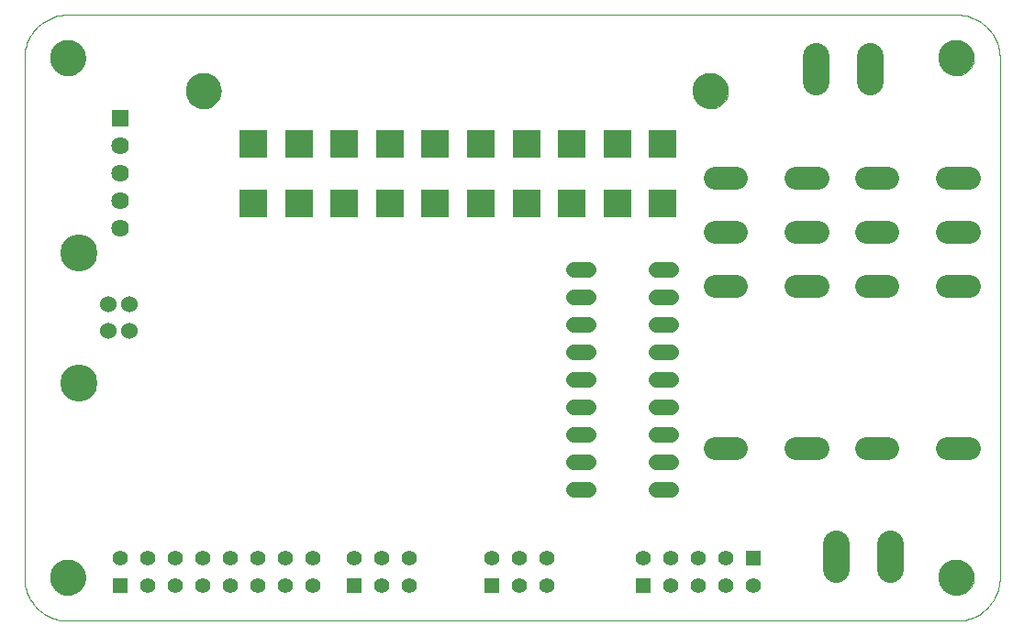
<source format=gbs>
G75*
G70*
%OFA0B0*%
%FSLAX24Y24*%
%IPPOS*%
%LPD*%
%AMOC8*
5,1,8,0,0,1.08239X$1,22.5*
%
%ADD10R,0.1044X0.1044*%
%ADD11C,0.0000*%
%ADD12C,0.1300*%
%ADD13R,0.0640X0.0640*%
%ADD14C,0.0640*%
%ADD15C,0.0560*%
%ADD16C,0.0820*%
%ADD17R,0.0555X0.0555*%
%ADD18C,0.0555*%
%ADD19C,0.0977*%
%ADD20C,0.1346*%
%ADD21C,0.0602*%
D10*
X013927Y022524D03*
X015580Y022524D03*
X017234Y022524D03*
X018887Y022524D03*
X020541Y022524D03*
X022194Y022524D03*
X023848Y022524D03*
X025502Y022524D03*
X027155Y022524D03*
X028809Y022524D03*
X028809Y024689D03*
X027155Y024689D03*
X025502Y024689D03*
X023848Y024689D03*
X022194Y024689D03*
X020541Y024689D03*
X018887Y024689D03*
X017234Y024689D03*
X015580Y024689D03*
X013927Y024689D03*
D11*
X007187Y007356D02*
X039470Y007356D01*
X038840Y008931D02*
X038842Y008981D01*
X038848Y009031D01*
X038858Y009080D01*
X038872Y009128D01*
X038889Y009175D01*
X038910Y009220D01*
X038935Y009264D01*
X038963Y009305D01*
X038995Y009344D01*
X039029Y009381D01*
X039066Y009415D01*
X039106Y009445D01*
X039148Y009472D01*
X039192Y009496D01*
X039238Y009517D01*
X039285Y009533D01*
X039333Y009546D01*
X039383Y009555D01*
X039432Y009560D01*
X039483Y009561D01*
X039533Y009558D01*
X039582Y009551D01*
X039631Y009540D01*
X039679Y009525D01*
X039725Y009507D01*
X039770Y009485D01*
X039813Y009459D01*
X039854Y009430D01*
X039893Y009398D01*
X039929Y009363D01*
X039961Y009325D01*
X039991Y009285D01*
X040018Y009242D01*
X040041Y009198D01*
X040060Y009152D01*
X040076Y009104D01*
X040088Y009055D01*
X040096Y009006D01*
X040100Y008956D01*
X040100Y008906D01*
X040096Y008856D01*
X040088Y008807D01*
X040076Y008758D01*
X040060Y008710D01*
X040041Y008664D01*
X040018Y008620D01*
X039991Y008577D01*
X039961Y008537D01*
X039929Y008499D01*
X039893Y008464D01*
X039854Y008432D01*
X039813Y008403D01*
X039770Y008377D01*
X039725Y008355D01*
X039679Y008337D01*
X039631Y008322D01*
X039582Y008311D01*
X039533Y008304D01*
X039483Y008301D01*
X039432Y008302D01*
X039383Y008307D01*
X039333Y008316D01*
X039285Y008329D01*
X039238Y008345D01*
X039192Y008366D01*
X039148Y008390D01*
X039106Y008417D01*
X039066Y008447D01*
X039029Y008481D01*
X038995Y008518D01*
X038963Y008557D01*
X038935Y008598D01*
X038910Y008642D01*
X038889Y008687D01*
X038872Y008734D01*
X038858Y008782D01*
X038848Y008831D01*
X038842Y008881D01*
X038840Y008931D01*
X039470Y007356D02*
X039547Y007358D01*
X039624Y007364D01*
X039701Y007373D01*
X039777Y007386D01*
X039853Y007403D01*
X039927Y007424D01*
X040001Y007448D01*
X040073Y007476D01*
X040143Y007507D01*
X040212Y007542D01*
X040280Y007580D01*
X040345Y007621D01*
X040408Y007666D01*
X040469Y007714D01*
X040528Y007764D01*
X040584Y007817D01*
X040637Y007873D01*
X040687Y007932D01*
X040735Y007993D01*
X040780Y008056D01*
X040821Y008121D01*
X040859Y008189D01*
X040894Y008258D01*
X040925Y008328D01*
X040953Y008400D01*
X040977Y008474D01*
X040998Y008548D01*
X041015Y008624D01*
X041028Y008700D01*
X041037Y008777D01*
X041043Y008854D01*
X041045Y008931D01*
X041045Y027829D01*
X038840Y027829D02*
X038842Y027879D01*
X038848Y027929D01*
X038858Y027978D01*
X038872Y028026D01*
X038889Y028073D01*
X038910Y028118D01*
X038935Y028162D01*
X038963Y028203D01*
X038995Y028242D01*
X039029Y028279D01*
X039066Y028313D01*
X039106Y028343D01*
X039148Y028370D01*
X039192Y028394D01*
X039238Y028415D01*
X039285Y028431D01*
X039333Y028444D01*
X039383Y028453D01*
X039432Y028458D01*
X039483Y028459D01*
X039533Y028456D01*
X039582Y028449D01*
X039631Y028438D01*
X039679Y028423D01*
X039725Y028405D01*
X039770Y028383D01*
X039813Y028357D01*
X039854Y028328D01*
X039893Y028296D01*
X039929Y028261D01*
X039961Y028223D01*
X039991Y028183D01*
X040018Y028140D01*
X040041Y028096D01*
X040060Y028050D01*
X040076Y028002D01*
X040088Y027953D01*
X040096Y027904D01*
X040100Y027854D01*
X040100Y027804D01*
X040096Y027754D01*
X040088Y027705D01*
X040076Y027656D01*
X040060Y027608D01*
X040041Y027562D01*
X040018Y027518D01*
X039991Y027475D01*
X039961Y027435D01*
X039929Y027397D01*
X039893Y027362D01*
X039854Y027330D01*
X039813Y027301D01*
X039770Y027275D01*
X039725Y027253D01*
X039679Y027235D01*
X039631Y027220D01*
X039582Y027209D01*
X039533Y027202D01*
X039483Y027199D01*
X039432Y027200D01*
X039383Y027205D01*
X039333Y027214D01*
X039285Y027227D01*
X039238Y027243D01*
X039192Y027264D01*
X039148Y027288D01*
X039106Y027315D01*
X039066Y027345D01*
X039029Y027379D01*
X038995Y027416D01*
X038963Y027455D01*
X038935Y027496D01*
X038910Y027540D01*
X038889Y027585D01*
X038872Y027632D01*
X038858Y027680D01*
X038848Y027729D01*
X038842Y027779D01*
X038840Y027829D01*
X039470Y029404D02*
X039547Y029402D01*
X039624Y029396D01*
X039701Y029387D01*
X039777Y029374D01*
X039853Y029357D01*
X039927Y029336D01*
X040001Y029312D01*
X040073Y029284D01*
X040143Y029253D01*
X040212Y029218D01*
X040280Y029180D01*
X040345Y029139D01*
X040408Y029094D01*
X040469Y029046D01*
X040528Y028996D01*
X040584Y028943D01*
X040637Y028887D01*
X040687Y028828D01*
X040735Y028767D01*
X040780Y028704D01*
X040821Y028639D01*
X040859Y028571D01*
X040894Y028502D01*
X040925Y028432D01*
X040953Y028360D01*
X040977Y028286D01*
X040998Y028212D01*
X041015Y028136D01*
X041028Y028060D01*
X041037Y027983D01*
X041043Y027906D01*
X041045Y027829D01*
X039470Y029404D02*
X007187Y029404D01*
X006557Y027829D02*
X006559Y027879D01*
X006565Y027929D01*
X006575Y027978D01*
X006589Y028026D01*
X006606Y028073D01*
X006627Y028118D01*
X006652Y028162D01*
X006680Y028203D01*
X006712Y028242D01*
X006746Y028279D01*
X006783Y028313D01*
X006823Y028343D01*
X006865Y028370D01*
X006909Y028394D01*
X006955Y028415D01*
X007002Y028431D01*
X007050Y028444D01*
X007100Y028453D01*
X007149Y028458D01*
X007200Y028459D01*
X007250Y028456D01*
X007299Y028449D01*
X007348Y028438D01*
X007396Y028423D01*
X007442Y028405D01*
X007487Y028383D01*
X007530Y028357D01*
X007571Y028328D01*
X007610Y028296D01*
X007646Y028261D01*
X007678Y028223D01*
X007708Y028183D01*
X007735Y028140D01*
X007758Y028096D01*
X007777Y028050D01*
X007793Y028002D01*
X007805Y027953D01*
X007813Y027904D01*
X007817Y027854D01*
X007817Y027804D01*
X007813Y027754D01*
X007805Y027705D01*
X007793Y027656D01*
X007777Y027608D01*
X007758Y027562D01*
X007735Y027518D01*
X007708Y027475D01*
X007678Y027435D01*
X007646Y027397D01*
X007610Y027362D01*
X007571Y027330D01*
X007530Y027301D01*
X007487Y027275D01*
X007442Y027253D01*
X007396Y027235D01*
X007348Y027220D01*
X007299Y027209D01*
X007250Y027202D01*
X007200Y027199D01*
X007149Y027200D01*
X007100Y027205D01*
X007050Y027214D01*
X007002Y027227D01*
X006955Y027243D01*
X006909Y027264D01*
X006865Y027288D01*
X006823Y027315D01*
X006783Y027345D01*
X006746Y027379D01*
X006712Y027416D01*
X006680Y027455D01*
X006652Y027496D01*
X006627Y027540D01*
X006606Y027585D01*
X006589Y027632D01*
X006575Y027680D01*
X006565Y027729D01*
X006559Y027779D01*
X006557Y027829D01*
X005612Y027829D02*
X005614Y027906D01*
X005620Y027983D01*
X005629Y028060D01*
X005642Y028136D01*
X005659Y028212D01*
X005680Y028286D01*
X005704Y028360D01*
X005732Y028432D01*
X005763Y028502D01*
X005798Y028571D01*
X005836Y028639D01*
X005877Y028704D01*
X005922Y028767D01*
X005970Y028828D01*
X006020Y028887D01*
X006073Y028943D01*
X006129Y028996D01*
X006188Y029046D01*
X006249Y029094D01*
X006312Y029139D01*
X006377Y029180D01*
X006445Y029218D01*
X006514Y029253D01*
X006584Y029284D01*
X006656Y029312D01*
X006730Y029336D01*
X006804Y029357D01*
X006880Y029374D01*
X006956Y029387D01*
X007033Y029396D01*
X007110Y029402D01*
X007187Y029404D01*
X005612Y027829D02*
X005612Y008931D01*
X006557Y008931D02*
X006559Y008981D01*
X006565Y009031D01*
X006575Y009080D01*
X006589Y009128D01*
X006606Y009175D01*
X006627Y009220D01*
X006652Y009264D01*
X006680Y009305D01*
X006712Y009344D01*
X006746Y009381D01*
X006783Y009415D01*
X006823Y009445D01*
X006865Y009472D01*
X006909Y009496D01*
X006955Y009517D01*
X007002Y009533D01*
X007050Y009546D01*
X007100Y009555D01*
X007149Y009560D01*
X007200Y009561D01*
X007250Y009558D01*
X007299Y009551D01*
X007348Y009540D01*
X007396Y009525D01*
X007442Y009507D01*
X007487Y009485D01*
X007530Y009459D01*
X007571Y009430D01*
X007610Y009398D01*
X007646Y009363D01*
X007678Y009325D01*
X007708Y009285D01*
X007735Y009242D01*
X007758Y009198D01*
X007777Y009152D01*
X007793Y009104D01*
X007805Y009055D01*
X007813Y009006D01*
X007817Y008956D01*
X007817Y008906D01*
X007813Y008856D01*
X007805Y008807D01*
X007793Y008758D01*
X007777Y008710D01*
X007758Y008664D01*
X007735Y008620D01*
X007708Y008577D01*
X007678Y008537D01*
X007646Y008499D01*
X007610Y008464D01*
X007571Y008432D01*
X007530Y008403D01*
X007487Y008377D01*
X007442Y008355D01*
X007396Y008337D01*
X007348Y008322D01*
X007299Y008311D01*
X007250Y008304D01*
X007200Y008301D01*
X007149Y008302D01*
X007100Y008307D01*
X007050Y008316D01*
X007002Y008329D01*
X006955Y008345D01*
X006909Y008366D01*
X006865Y008390D01*
X006823Y008417D01*
X006783Y008447D01*
X006746Y008481D01*
X006712Y008518D01*
X006680Y008557D01*
X006652Y008598D01*
X006627Y008642D01*
X006606Y008687D01*
X006589Y008734D01*
X006575Y008782D01*
X006565Y008831D01*
X006559Y008881D01*
X006557Y008931D01*
X005612Y008931D02*
X005614Y008854D01*
X005620Y008777D01*
X005629Y008700D01*
X005642Y008624D01*
X005659Y008548D01*
X005680Y008474D01*
X005704Y008400D01*
X005732Y008328D01*
X005763Y008258D01*
X005798Y008189D01*
X005836Y008121D01*
X005877Y008056D01*
X005922Y007993D01*
X005970Y007932D01*
X006020Y007873D01*
X006073Y007817D01*
X006129Y007764D01*
X006188Y007714D01*
X006249Y007666D01*
X006312Y007621D01*
X006377Y007580D01*
X006445Y007542D01*
X006514Y007507D01*
X006584Y007476D01*
X006656Y007448D01*
X006730Y007424D01*
X006804Y007403D01*
X006880Y007386D01*
X006956Y007373D01*
X007033Y007364D01*
X007110Y007358D01*
X007187Y007356D01*
X011486Y026630D02*
X011488Y026680D01*
X011494Y026730D01*
X011504Y026779D01*
X011518Y026827D01*
X011535Y026874D01*
X011556Y026919D01*
X011581Y026963D01*
X011609Y027004D01*
X011641Y027043D01*
X011675Y027080D01*
X011712Y027114D01*
X011752Y027144D01*
X011794Y027171D01*
X011838Y027195D01*
X011884Y027216D01*
X011931Y027232D01*
X011979Y027245D01*
X012029Y027254D01*
X012078Y027259D01*
X012129Y027260D01*
X012179Y027257D01*
X012228Y027250D01*
X012277Y027239D01*
X012325Y027224D01*
X012371Y027206D01*
X012416Y027184D01*
X012459Y027158D01*
X012500Y027129D01*
X012539Y027097D01*
X012575Y027062D01*
X012607Y027024D01*
X012637Y026984D01*
X012664Y026941D01*
X012687Y026897D01*
X012706Y026851D01*
X012722Y026803D01*
X012734Y026754D01*
X012742Y026705D01*
X012746Y026655D01*
X012746Y026605D01*
X012742Y026555D01*
X012734Y026506D01*
X012722Y026457D01*
X012706Y026409D01*
X012687Y026363D01*
X012664Y026319D01*
X012637Y026276D01*
X012607Y026236D01*
X012575Y026198D01*
X012539Y026163D01*
X012500Y026131D01*
X012459Y026102D01*
X012416Y026076D01*
X012371Y026054D01*
X012325Y026036D01*
X012277Y026021D01*
X012228Y026010D01*
X012179Y026003D01*
X012129Y026000D01*
X012078Y026001D01*
X012029Y026006D01*
X011979Y026015D01*
X011931Y026028D01*
X011884Y026044D01*
X011838Y026065D01*
X011794Y026089D01*
X011752Y026116D01*
X011712Y026146D01*
X011675Y026180D01*
X011641Y026217D01*
X011609Y026256D01*
X011581Y026297D01*
X011556Y026341D01*
X011535Y026386D01*
X011518Y026433D01*
X011504Y026481D01*
X011494Y026530D01*
X011488Y026580D01*
X011486Y026630D01*
X029911Y026630D02*
X029913Y026680D01*
X029919Y026730D01*
X029929Y026779D01*
X029943Y026827D01*
X029960Y026874D01*
X029981Y026919D01*
X030006Y026963D01*
X030034Y027004D01*
X030066Y027043D01*
X030100Y027080D01*
X030137Y027114D01*
X030177Y027144D01*
X030219Y027171D01*
X030263Y027195D01*
X030309Y027216D01*
X030356Y027232D01*
X030404Y027245D01*
X030454Y027254D01*
X030503Y027259D01*
X030554Y027260D01*
X030604Y027257D01*
X030653Y027250D01*
X030702Y027239D01*
X030750Y027224D01*
X030796Y027206D01*
X030841Y027184D01*
X030884Y027158D01*
X030925Y027129D01*
X030964Y027097D01*
X031000Y027062D01*
X031032Y027024D01*
X031062Y026984D01*
X031089Y026941D01*
X031112Y026897D01*
X031131Y026851D01*
X031147Y026803D01*
X031159Y026754D01*
X031167Y026705D01*
X031171Y026655D01*
X031171Y026605D01*
X031167Y026555D01*
X031159Y026506D01*
X031147Y026457D01*
X031131Y026409D01*
X031112Y026363D01*
X031089Y026319D01*
X031062Y026276D01*
X031032Y026236D01*
X031000Y026198D01*
X030964Y026163D01*
X030925Y026131D01*
X030884Y026102D01*
X030841Y026076D01*
X030796Y026054D01*
X030750Y026036D01*
X030702Y026021D01*
X030653Y026010D01*
X030604Y026003D01*
X030554Y026000D01*
X030503Y026001D01*
X030454Y026006D01*
X030404Y026015D01*
X030356Y026028D01*
X030309Y026044D01*
X030263Y026065D01*
X030219Y026089D01*
X030177Y026116D01*
X030137Y026146D01*
X030100Y026180D01*
X030066Y026217D01*
X030034Y026256D01*
X030006Y026297D01*
X029981Y026341D01*
X029960Y026386D01*
X029943Y026433D01*
X029929Y026481D01*
X029919Y026530D01*
X029913Y026580D01*
X029911Y026630D01*
D12*
X030541Y026630D03*
X039470Y027829D03*
X012116Y026630D03*
X007187Y027829D03*
X007187Y008931D03*
X039470Y008931D03*
D13*
X009078Y025630D03*
D14*
X009078Y024630D03*
X009078Y023630D03*
X009078Y022630D03*
X009078Y021630D03*
D15*
X025568Y020130D02*
X026088Y020130D01*
X026088Y019130D02*
X025568Y019130D01*
X025568Y018130D02*
X026088Y018130D01*
X026088Y017130D02*
X025568Y017130D01*
X025568Y016130D02*
X026088Y016130D01*
X026088Y015130D02*
X025568Y015130D01*
X025568Y014130D02*
X026088Y014130D01*
X026088Y013130D02*
X025568Y013130D01*
X025568Y012130D02*
X026088Y012130D01*
X028568Y012130D02*
X029088Y012130D01*
X029088Y013130D02*
X028568Y013130D01*
X028568Y014130D02*
X029088Y014130D01*
X029088Y015130D02*
X028568Y015130D01*
X028568Y016130D02*
X029088Y016130D01*
X029088Y017130D02*
X028568Y017130D01*
X028568Y018130D02*
X029088Y018130D01*
X029088Y019130D02*
X028568Y019130D01*
X028568Y020130D02*
X029088Y020130D01*
D16*
X030688Y019540D02*
X031468Y019540D01*
X033638Y019540D02*
X034418Y019540D01*
X036188Y019540D02*
X036968Y019540D01*
X039138Y019540D02*
X039918Y019540D01*
X039918Y021500D02*
X039138Y021500D01*
X036968Y021500D02*
X036188Y021500D01*
X034418Y021500D02*
X033638Y021500D01*
X031468Y021500D02*
X030688Y021500D01*
X030688Y023470D02*
X031468Y023470D01*
X033638Y023470D02*
X034418Y023470D01*
X036188Y023470D02*
X036968Y023470D01*
X039138Y023470D02*
X039918Y023470D01*
X039918Y013630D02*
X039138Y013630D01*
X036968Y013630D02*
X036188Y013630D01*
X034418Y013630D02*
X033638Y013630D01*
X031468Y013630D02*
X030688Y013630D01*
D17*
X032078Y009630D03*
X028078Y008630D03*
X022578Y008630D03*
X017578Y008630D03*
X009078Y008630D03*
D18*
X010078Y008630D03*
X011078Y008630D03*
X012078Y008630D03*
X013078Y008630D03*
X014078Y008630D03*
X015078Y008630D03*
X016078Y008630D03*
X016078Y009630D03*
X015078Y009630D03*
X014078Y009630D03*
X013078Y009630D03*
X012078Y009630D03*
X011078Y009630D03*
X010078Y009630D03*
X009078Y009630D03*
X017578Y009630D03*
X018578Y009630D03*
X019578Y009630D03*
X019578Y008630D03*
X018578Y008630D03*
X022578Y009630D03*
X023578Y009630D03*
X024578Y009630D03*
X024578Y008630D03*
X023578Y008630D03*
X028078Y009630D03*
X029078Y009630D03*
X030078Y009630D03*
X031078Y009630D03*
X031078Y008630D03*
X030078Y008630D03*
X029078Y008630D03*
X032078Y008630D03*
D19*
X035094Y009234D02*
X035094Y010171D01*
X037063Y010171D02*
X037063Y009234D01*
X036313Y026964D02*
X036313Y027901D01*
X034344Y027901D02*
X034344Y026964D01*
D20*
X007578Y020750D03*
X007578Y016010D03*
D21*
X008645Y017888D03*
X009433Y017888D03*
X009433Y018872D03*
X008645Y018872D03*
M02*

</source>
